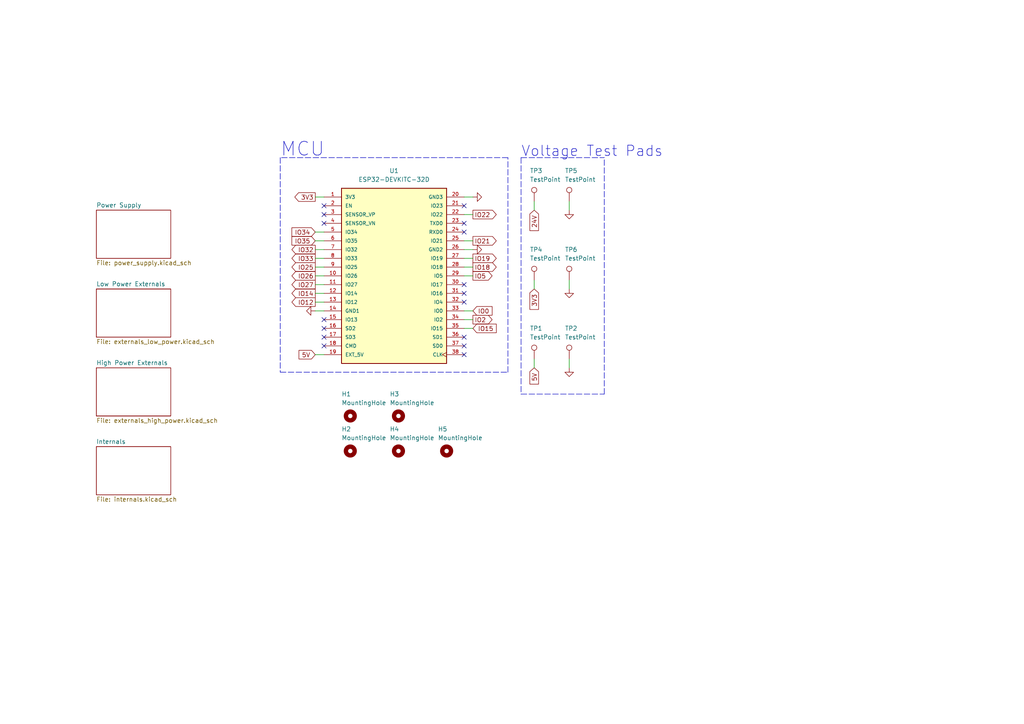
<source format=kicad_sch>
(kicad_sch (version 20231120) (generator "eeschema") (generator_version "8.0")
  (paper "A4")
  (title_block (title "Plant Watering") (date "2022-08-29") (rev "1") (company "All in one device for plant irrigation") (comment 1 "Reading moisture, processing data, including weather, switching of solenoid valves") (comment 2 "5 A peak current, max. 1 s") (comment 3 "24 V input voltage"))
  (lib_symbols
    (symbol "Connector:TestPoint" (pin_numbers hide) (pin_names (offset 0.762) hide)
      (property "Reference" "TP" (at 0 6.858 0))
      (property "Value" "TestPoint" (at 0 5.08 0))
      (symbol "TestPoint_0_1"
        (circle (center 0 3.302) (radius 0.762))
      )
      (symbol "TestPoint_1_1"
        (pin passive line (at 0 0 90) (length 2.54) (name "1") (number "1"))
      )
    )
    (symbol "ESP32-DEVKITC-32D:ESP32-DEVKITC-32D" (pin_names (offset 1.016))
      (property "Reference" "U" (at -15.2654 26.0604 0))
      (property "Value" "ESP32-DEVKITC-32D" (at -15.2654 -27.9654 0))
      (symbol "ESP32-DEVKITC-32D_0_0"
        (rectangle (start -15.24 -25.4) (end 15.24 25.4) (stroke (width 0.254)) (fill (type background)))
        (pin power_in line (at -20.32 22.86 0) (length 5.08) (name "3V3") (number "1"))
        (pin bidirectional line (at -20.32 0 0) (length 5.08) (name "IO26") (number "10"))
        (pin bidirectional line (at -20.32 -2.54 0) (length 5.08) (name "IO27") (number "11"))
        (pin bidirectional line (at -20.32 -5.08 0) (length 5.08) (name "IO14") (number "12"))
        (pin bidirectional line (at -20.32 -7.62 0) (length 5.08) (name "IO12") (number "13"))
        (pin power_in line (at -20.32 -10.16 0) (length 5.08) (name "GND1") (number "14"))
        (pin bidirectional line (at -20.32 -12.7 0) (length 5.08) (name "IO13") (number "15"))
        (pin bidirectional line (at -20.32 -15.24 0) (length 5.08) (name "SD2") (number "16"))
        (pin bidirectional line (at -20.32 -17.78 0) (length 5.08) (name "SD3") (number "17"))
        (pin bidirectional line (at -20.32 -20.32 0) (length 5.08) (name "CMD") (number "18"))
        (pin power_in line (at -20.32 -22.86 0) (length 5.08) (name "EXT_5V") (number "19"))
        (pin input line (at -20.32 20.32 0) (length 5.08) (name "EN") (number "2"))
        (pin power_in line (at 20.32 22.86 180) (length 5.08) (name "GND3") (number "20"))
        (pin bidirectional line (at 20.32 20.32 180) (length 5.08) (name "IO23") (number "21"))
        (pin bidirectional line (at 20.32 17.78 180) (length 5.08) (name "IO22") (number "22"))
        (pin output line (at 20.32 15.24 180) (length 5.08) (name "TXD0") (number "23"))
        (pin input line (at 20.32 12.7 180) (length 5.08) (name "RXD0") (number "24"))
        (pin bidirectional line (at 20.32 10.16 180) (length 5.08) (name "IO21") (number "25"))
        (pin power_in line (at 20.32 7.62 180) (length 5.08) (name "GND2") (number "26"))
        (pin bidirectional line (at 20.32 5.08 180) (length 5.08) (name "IO19") (number "27"))
        (pin bidirectional line (at 20.32 2.54 180) (length 5.08) (name "IO18") (number "28"))
        (pin bidirectional line (at 20.32 0 180) (length 5.08) (name "IO5") (number "29"))
        (pin input line (at -20.32 17.78 0) (length 5.08) (name "SENSOR_VP") (number "3"))
        (pin bidirectional line (at 20.32 -2.54 180) (length 5.08) (name "IO17") (number "30"))
        (pin bidirectional line (at 20.32 -5.08 180) (length 5.08) (name "IO16") (number "31"))
        (pin bidirectional line (at 20.32 -7.62 180) (length 5.08) (name "IO4") (number "32"))
        (pin bidirectional line (at 20.32 -10.16 180) (length 5.08) (name "IO0") (number "33"))
        (pin bidirectional line (at 20.32 -12.7 180) (length 5.08) (name "IO2") (number "34"))
        (pin bidirectional line (at 20.32 -15.24 180) (length 5.08) (name "IO15") (number "35"))
        (pin bidirectional line (at 20.32 -17.78 180) (length 5.08) (name "SD1") (number "36"))
        (pin bidirectional line (at 20.32 -20.32 180) (length 5.08) (name "SD0") (number "37"))
        (pin input clock (at 20.32 -22.86 180) (length 5.08) (name "CLK") (number "38"))
        (pin input line (at -20.32 15.24 0) (length 5.08) (name "SENSOR_VN") (number "4"))
        (pin bidirectional line (at -20.32 12.7 0) (length 5.08) (name "IO34") (number "5"))
        (pin bidirectional line (at -20.32 10.16 0) (length 5.08) (name "IO35") (number "6"))
        (pin bidirectional line (at -20.32 7.62 0) (length 5.08) (name "IO32") (number "7"))
        (pin bidirectional line (at -20.32 5.08 0) (length 5.08) (name "IO33") (number "8"))
        (pin bidirectional line (at -20.32 2.54 0) (length 5.08) (name "IO25") (number "9"))
      )
    )
    (symbol "Mechanical:MountingHole" (pin_names (offset 1.016))
      (property "Reference" "H" (at 0 5.08 0))
      (property "Value" "MountingHole" (at 0 3.175 0))
      (symbol "MountingHole_0_1"
        (circle (center 0 0) (radius 1.27) (stroke (width 1.27)))
      )
    )
    (symbol "power:GND" (power) (pin_names (offset 0))
      (property "Value" "GND" (at 0 -3.81 0))
      (symbol "GND_0_1"
        (polyline (pts (xy 0 0) (xy 0 -1.27) (xy 1.27 -1.27) (xy 0 -2.54) (xy -1.27 -1.27) (xy 0 -1.27)))
      )
      (symbol "GND_1_1"
        (pin power_in line (at 0 0 270) (length 0) hide (name "GND") (number "1"))
      )
    )
  )
  (no_connect (at 134.62 64.77))
  (no_connect (at 134.62 67.31))
  (no_connect (at 93.98 59.69))
  (no_connect (at 93.98 62.23))
  (no_connect (at 134.62 102.87))
  (no_connect (at 134.62 97.79))
  (no_connect (at 134.62 100.33))
  (no_connect (at 134.62 85.09))
  (no_connect (at 134.62 87.63))
  (no_connect (at 93.98 95.25))
  (no_connect (at 93.98 92.71))
  (no_connect (at 134.62 59.69))
  (no_connect (at 93.98 100.33))
  (no_connect (at 93.98 97.79))
  (no_connect (at 134.62 82.55))
  (no_connect (at 93.98 64.77))
  (polyline (pts (xy 151.13 45.72) (xy 151.13 114.3)) (stroke (width 0) (type dash)))
  (polyline (pts (xy 175.26 114.3) (xy 175.26 45.72)) (stroke (width 0) (type dash)))
  (wire (pts (xy 134.62 90.17) (xy 137.16 90.17)))
  (polyline (pts (xy 81.28 45.72) (xy 81.28 107.95)) (stroke (width 0) (type dash)))
  (wire (pts (xy 91.44 82.55) (xy 93.98 82.55)))
  (wire (pts (xy 134.62 72.39) (xy 137.16 72.39)))
  (polyline (pts (xy 147.32 107.95) (xy 147.32 45.72)) (stroke (width 0) (type dash)))
  (wire (pts (xy 154.94 58.42) (xy 154.94 60.96)))
  (wire (pts (xy 91.44 74.93) (xy 93.98 74.93)))
  (polyline (pts (xy 151.13 114.3) (xy 175.26 114.3)) (stroke (width 0) (type dash)))
  (wire (pts (xy 154.94 104.14) (xy 154.94 106.68)))
  (polyline (pts (xy 147.32 45.72) (xy 81.28 45.72)) (stroke (width 0) (type dash)))
  (wire (pts (xy 93.98 90.17) (xy 91.44 90.17)))
  (wire (pts (xy 91.44 57.15) (xy 93.98 57.15)))
  (wire (pts (xy 165.1 58.42) (xy 165.1 60.96)))
  (wire (pts (xy 134.62 80.01) (xy 137.16 80.01)))
  (wire (pts (xy 134.62 77.47) (xy 137.16 77.47)))
  (wire (pts (xy 91.44 102.87) (xy 93.98 102.87)))
  (wire (pts (xy 91.44 67.31) (xy 93.98 67.31)))
  (wire (pts (xy 134.62 69.85) (xy 137.16 69.85)))
  (wire (pts (xy 134.62 74.93) (xy 137.16 74.93)))
  (wire (pts (xy 137.16 95.25) (xy 134.62 95.25)))
  (polyline (pts (xy 81.28 107.95) (xy 147.32 107.95)) (stroke (width 0) (type dash)))
  (wire (pts (xy 137.16 92.71) (xy 134.62 92.71)))
  (wire (pts (xy 91.44 72.39) (xy 93.98 72.39)))
  (wire (pts (xy 91.44 87.63) (xy 93.98 87.63)))
  (wire (pts (xy 154.94 81.28) (xy 154.94 83.82)))
  (polyline (pts (xy 151.13 45.72) (xy 175.26 45.72)) (stroke (width 0) (type dash)))
  (wire (pts (xy 91.44 80.01) (xy 93.98 80.01)))
  (wire (pts (xy 91.44 85.09) (xy 93.98 85.09)))
  (wire (pts (xy 165.1 104.14) (xy 165.1 106.68)))
  (wire (pts (xy 91.44 77.47) (xy 93.98 77.47)))
  (wire (pts (xy 91.44 69.85) (xy 93.98 69.85)))
  (wire (pts (xy 165.1 81.28) (xy 165.1 83.82)))
  (wire (pts (xy 134.62 62.23) (xy 137.16 62.23)))
  (wire (pts (xy 134.62 57.15) (xy 137.16 57.15)))
  (text "Voltage Test Pads" (at 151.13 45.72 0) (effects (font (size 3 3)) (justify left bottom)))
  (text "MCU" (at 81.28 45.72 0) (effects (font (size 4 4)) (justify left bottom)))
  (global_label "IO15" (shape input) (at 137.16 95.25 0) (property "Intersheetrefs" "${INTERSHEET_REFS}" (effects (hide yes))))
  (global_label "IO12" (shape output) (at 91.44 87.63 180) (property "Intersheetrefs" "${INTERSHEET_REFS}" (effects (hide yes))))
  (global_label "IO2" (shape output) (at 137.16 92.71 0) (property "Intersheetrefs" "${INTERSHEET_REFS}" (effects (hide yes))))
  (global_label "IO5" (shape output) (at 137.16 80.01 0) (property "Intersheetrefs" "${INTERSHEET_REFS}" (effects (hide yes))))
  (global_label "IO33" (shape output) (at 91.44 74.93 180) (property "Intersheetrefs" "${INTERSHEET_REFS}" (effects (hide yes))))
  (global_label "IO19" (shape output) (at 137.16 74.93 0) (property "Intersheetrefs" "${INTERSHEET_REFS}" (effects (hide yes))))
  (global_label "3V3" (shape input) (at 154.94 83.82 270) (property "Intersheetrefs" "${INTERSHEET_REFS}" (effects (hide yes))))
  (global_label "IO26" (shape output) (at 91.44 80.01 180) (property "Intersheetrefs" "${INTERSHEET_REFS}" (effects (hide yes))))
  (global_label "IO22" (shape output) (at 137.16 62.23 0) (property "Intersheetrefs" "${INTERSHEET_REFS}" (effects (hide yes))))
  (global_label "IO25" (shape output) (at 91.44 77.47 180) (property "Intersheetrefs" "${INTERSHEET_REFS}" (effects (hide yes))))
  (global_label "3V3" (shape output) (at 91.44 57.15 180) (property "Intersheetrefs" "${INTERSHEET_REFS}" (effects (hide yes))))
  (global_label "5V" (shape input) (at 154.94 106.68 270) (property "Intersheetrefs" "${INTERSHEET_REFS}" (effects (hide yes))))
  (global_label "IO34" (shape input) (at 91.44 67.31 180) (property "Intersheetrefs" "${INTERSHEET_REFS}" (effects (hide yes))))
  (global_label "IO21" (shape output) (at 137.16 69.85 0) (property "Intersheetrefs" "${INTERSHEET_REFS}" (effects (hide yes))))
  (global_label "IO14" (shape output) (at 91.44 85.09 180) (property "Intersheetrefs" "${INTERSHEET_REFS}" (effects (hide yes))))
  (global_label "IO27" (shape output) (at 91.44 82.55 180) (property "Intersheetrefs" "${INTERSHEET_REFS}" (effects (hide yes))))
  (global_label "IO32" (shape output) (at 91.44 72.39 180) (property "Intersheetrefs" "${INTERSHEET_REFS}" (effects (hide yes))))
  (global_label "IO18" (shape output) (at 137.16 77.47 0) (property "Intersheetrefs" "${INTERSHEET_REFS}" (effects (hide yes))))
  (global_label "IO35" (shape input) (at 91.44 69.85 180) (property "Intersheetrefs" "${INTERSHEET_REFS}" (effects (hide yes))))
  (global_label "IO0" (shape input) (at 137.16 90.17 0) (property "Intersheetrefs" "${INTERSHEET_REFS}" (effects (hide yes))))
  (global_label "24V" (shape input) (at 154.94 60.96 270) (property "Intersheetrefs" "${INTERSHEET_REFS}" (effects (hide yes))))
  (global_label "5V" (shape input) (at 91.44 102.87 180) (property "Intersheetrefs" "${INTERSHEET_REFS}" (effects (hide yes))))
  (symbol (lib_id "Connector:TestPoint") (at 154.94 104.14 0) (unit 1)
    (property "Reference" "TP1" (at 153.67 95.25 0) (effects (justify left)))
    (property "Value" "TestPoint" (at 153.67 97.79 0) (effects (justify left)))
    (property "Footprint" "TestPoint:TestPoint_Pad_D2.0mm" (effects (hide yes)))
  )
  (symbol (lib_id "Connector:TestPoint") (at 154.94 81.28 0) (unit 1)
    (property "Reference" "TP4" (at 153.67 72.39 0) (effects (justify left)))
    (property "Value" "TestPoint" (at 153.67 74.93 0) (effects (justify left)))
    (property "Footprint" "TestPoint:TestPoint_Pad_D2.0mm" (effects (hide yes)))
  )
  (symbol (lib_id "Connector:TestPoint") (at 154.94 58.42 0) (unit 1)
    (property "Reference" "TP3" (at 153.67 49.53 0) (effects (justify left)))
    (property "Value" "TestPoint" (at 153.67 52.07 0) (effects (justify left)))
    (property "Footprint" "TestPoint:TestPoint_Pad_D2.0mm" (effects (hide yes)))
  )
  (symbol (lib_id "power:GND") (at 137.16 72.39 90) (unit 1)
    (property "Reference" "#PWR0101" (effects (hide yes)))
    (property "Value" "GND" (effects (hide yes)))
  )
  (symbol (lib_id "Mechanical:MountingHole") (at 115.57 130.81 0) (unit 1)
    (property "Reference" "H4" (at 113.03 124.46 0) (effects (justify left)))
    (property "Value" "MountingHole" (at 113.03 127 0) (effects (justify left)))
    (property "Footprint" "MountingHole:MountingHole_4.3mm_M4" (effects (hide yes)))
  )
  (symbol (lib_id "power:GND") (at 165.1 83.82 0) (unit 1)
    (property "Reference" "#PWR027" (effects (hide yes)))
    (property "Value" "GND" (effects (hide yes)))
  )
  (symbol (lib_id "Connector:TestPoint") (at 165.1 58.42 0) (unit 1)
    (property "Reference" "TP5" (at 163.83 49.53 0) (effects (justify left)))
    (property "Value" "TestPoint" (at 163.83 52.07 0) (effects (justify left)))
    (property "Footprint" "TestPoint:TestPoint_Pad_D2.0mm" (effects (hide yes)))
  )
  (symbol (lib_id "Mechanical:MountingHole") (at 129.54 130.81 0) (unit 1)
    (property "Reference" "H5" (at 127 124.46 0) (effects (justify left)))
    (property "Value" "MountingHole" (at 127 127 0) (effects (justify left)))
    (property "Footprint" "MountingHole:MountingHole_4.3mm_M4" (effects (hide yes)))
  )
  (symbol (lib_id "Mechanical:MountingHole") (at 101.6 130.81 0) (unit 1)
    (property "Reference" "H2" (at 99.06 124.46 0) (effects (justify left)))
    (property "Value" "MountingHole" (at 99.06 127 0) (effects (justify left)))
    (property "Footprint" "MountingHole:MountingHole_4.3mm_M4" (effects (hide yes)))
  )
  (symbol (lib_id "ESP32-DEVKITC-32D:ESP32-DEVKITC-32D") (at 114.3 80.01 0) (unit 1) (in_bom no)
    (property "Reference" "U1" (at 114.3 49.53 0))
    (property "Value" "ESP32-DEVKITC-32D" (at 114.3 52.07 0))
    (property "Footprint" "PersonalLibrary:MODULE_ESP32-DEVKITC-32D" (effects (hide yes)))
    (property "PARTREV" "4" (effects (hide yes)))
    (property "MANUFACTURER" "Espressif Systems" (effects (hide yes)))
  )
  (symbol (lib_id "power:GND") (at 165.1 60.96 0) (unit 1)
    (property "Reference" "#PWR026" (effects (hide yes)))
    (property "Value" "GND" (effects (hide yes)))
  )
  (symbol (lib_id "Mechanical:MountingHole") (at 115.57 120.65 0) (unit 1)
    (property "Reference" "H3" (at 113.03 114.3 0) (effects (justify left)))
    (property "Value" "MountingHole" (at 113.03 116.84 0) (effects (justify left)))
    (property "Footprint" "MountingHole:MountingHole_4.3mm_M4" (effects (hide yes)))
  )
  (symbol (lib_id "Mechanical:MountingHole") (at 101.6 120.65 0) (unit 1)
    (property "Reference" "H1" (at 99.06 114.3 0) (effects (justify left)))
    (property "Value" "MountingHole" (at 99.06 116.84 0) (effects (justify left)))
    (property "Footprint" "MountingHole:MountingHole_4.3mm_M4" (effects (hide yes)))
  )
  (symbol (lib_id "power:GND") (at 165.1 106.68 0) (unit 1)
    (property "Reference" "#PWR024" (effects (hide yes)))
    (property "Value" "GND" (effects (hide yes)))
  )
  (symbol (lib_id "power:GND") (at 91.44 90.17 270) (unit 1)
    (property "Reference" "#PWR06" (effects (hide yes)))
    (property "Value" "GND" (effects (hide yes)))
  )
  (symbol (lib_id "Connector:TestPoint") (at 165.1 104.14 0) (unit 1)
    (property "Reference" "TP2" (at 163.83 95.25 0) (effects (justify left)))
    (property "Value" "TestPoint" (at 163.83 97.79 0) (effects (justify left)))
    (property "Footprint" "TestPoint:TestPoint_Pad_D2.0mm" (effects (hide yes)))
  )
  (symbol (lib_id "Connector:TestPoint") (at 165.1 81.28 0) (unit 1)
    (property "Reference" "TP6" (at 163.83 72.39 0) (effects (justify left)))
    (property "Value" "TestPoint" (at 163.83 74.93 0) (effects (justify left)))
    (property "Footprint" "TestPoint:TestPoint_Pad_D2.0mm" (effects (hide yes)))
  )
  (symbol (lib_id "power:GND") (at 137.16 57.15 90) (unit 1)
    (property "Reference" "#PWR0102" (effects (hide yes)))
    (property "Value" "GND" (effects (hide yes)))
  )
  (sheet (at 27.94 83.82) (size 21.59 13.97) (stroke (width 0.1524))
    (property "Sheetname" "Low Power Externals" (at 27.94 83.1084 0) (effects (justify left bottom)))
    (property "Sheetfile" "externals_low_power.kicad_sch" (at 27.94 98.3746 0) (effects (justify left top)))
  )
  (sheet (at 27.94 129.54) (size 21.59 13.97) (stroke (width 0.1524))
    (property "Sheetname" "Internals" (at 27.94 128.8284 0) (effects (justify left bottom)))
    (property "Sheetfile" "internals.kicad_sch" (at 27.94 144.0946 0) (effects (justify left top)))
  )
  (sheet (at 27.94 60.96) (size 21.59 13.97) (stroke (width 0.1524))
    (property "Sheetname" "Power Supply" (at 27.94 60.2484 0) (effects (justify left bottom)))
    (property "Sheetfile" "power_supply.kicad_sch" (at 27.94 75.5146 0) (effects (justify left top)))
  )
  (sheet (at 27.94 106.68) (size 21.59 13.97) (stroke (width 0.1524))
    (property "Sheetname" "High Power Externals" (at 27.94 105.9684 0) (effects (justify left bottom)))
    (property "Sheetfile" "externals_high_power.kicad_sch" (at 27.94 121.2346 0) (effects (justify left top)))
  )
)
</source>
